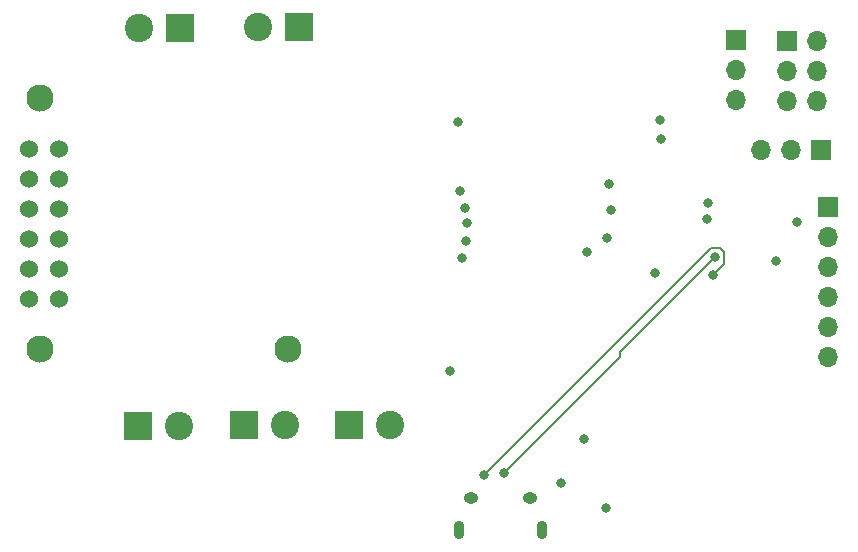
<source format=gbr>
%TF.GenerationSoftware,KiCad,Pcbnew,(6.0.0-0)*%
%TF.CreationDate,2022-09-01T13:13:11-04:00*%
%TF.ProjectId,Dome_Controller,446f6d65-5f43-46f6-9e74-726f6c6c6572,rev?*%
%TF.SameCoordinates,Original*%
%TF.FileFunction,Copper,L3,Inr*%
%TF.FilePolarity,Positive*%
%FSLAX46Y46*%
G04 Gerber Fmt 4.6, Leading zero omitted, Abs format (unit mm)*
G04 Created by KiCad (PCBNEW (6.0.0-0)) date 2022-09-01 13:13:11*
%MOMM*%
%LPD*%
G01*
G04 APERTURE LIST*
%TA.AperFunction,ComponentPad*%
%ADD10R,2.400000X2.400000*%
%TD*%
%TA.AperFunction,ComponentPad*%
%ADD11C,2.400000*%
%TD*%
%TA.AperFunction,ComponentPad*%
%ADD12O,0.890000X1.550000*%
%TD*%
%TA.AperFunction,ComponentPad*%
%ADD13O,1.250000X0.950000*%
%TD*%
%TA.AperFunction,ComponentPad*%
%ADD14R,1.700000X1.700000*%
%TD*%
%TA.AperFunction,ComponentPad*%
%ADD15O,1.700000X1.700000*%
%TD*%
%TA.AperFunction,ComponentPad*%
%ADD16C,1.524000*%
%TD*%
%TA.AperFunction,ComponentPad*%
%ADD17C,2.300000*%
%TD*%
%TA.AperFunction,ViaPad*%
%ADD18C,0.800000*%
%TD*%
%TA.AperFunction,Conductor*%
%ADD19C,0.200000*%
%TD*%
G04 APERTURE END LIST*
D10*
%TO.N,GND*%
%TO.C,J5*%
X87780000Y-66000000D03*
D11*
%TO.N,+12V*%
X84280000Y-66000000D03*
%TD*%
D10*
%TO.N,GND*%
%TO.C,J8*%
X93190000Y-99570000D03*
D11*
%TO.N,+5V*%
X96690000Y-99570000D03*
%TD*%
D12*
%TO.N,unconnected-(J1-Pad6)*%
%TO.C,J1*%
X118400000Y-108450000D03*
D13*
X117400000Y-105750000D03*
X112400000Y-105750000D03*
D12*
X111400000Y-108450000D03*
%TD*%
D10*
%TO.N,GND*%
%TO.C,J9*%
X102060000Y-99570000D03*
D11*
%TO.N,+5V*%
X105560000Y-99570000D03*
%TD*%
D14*
%TO.N,GND*%
%TO.C,J3*%
X139210000Y-67040000D03*
D15*
X141750000Y-67040000D03*
%TO.N,RX_RS*%
X139210000Y-69580000D03*
%TO.N,RX_HP*%
X141750000Y-69580000D03*
%TO.N,TX_RS*%
X139210000Y-72120000D03*
%TO.N,TX_HP*%
X141750000Y-72120000D03*
%TD*%
D14*
%TO.N,GND*%
%TO.C,J2*%
X142610000Y-81150000D03*
D15*
%TO.N,unconnected-(J2-Pad2)*%
X142610000Y-83690000D03*
%TO.N,SCL*%
X142610000Y-86230000D03*
%TO.N,SDA*%
X142610000Y-88770000D03*
%TO.N,+3.3V*%
X142610000Y-91310000D03*
%TO.N,+5V*%
X142610000Y-93850000D03*
%TD*%
D14*
%TO.N,GND*%
%TO.C,J4*%
X142050000Y-76320000D03*
D15*
%TO.N,+5V*%
X139510000Y-76320000D03*
%TO.N,CL_D*%
X136970000Y-76320000D03*
%TD*%
D14*
%TO.N,GND*%
%TO.C,J10*%
X134870000Y-67020000D03*
D15*
%TO.N,RX_FU*%
X134870000Y-69560000D03*
%TO.N,TX_FU*%
X134870000Y-72100000D03*
%TD*%
D10*
%TO.N,GND*%
%TO.C,J7*%
X84230000Y-99650000D03*
D11*
%TO.N,+5V*%
X87730000Y-99650000D03*
%TD*%
D16*
%TO.N,+5V*%
%TO.C,U6*%
X75035000Y-76185000D03*
%TO.N,GND*%
X75035000Y-78725000D03*
X75035000Y-81265000D03*
%TO.N,+12V*%
X75035000Y-83805000D03*
%TO.N,unconnected-(U6-Pad5)*%
X75035000Y-86345000D03*
%TO.N,unconnected-(U6-Pad6)*%
X75035000Y-88885000D03*
%TO.N,unconnected-(U6-Pad7)*%
X77575000Y-88885000D03*
%TO.N,unconnected-(U6-Pad8)*%
X77575000Y-86345000D03*
%TO.N,+12V*%
X77575000Y-83805000D03*
%TO.N,GND*%
X77575000Y-81265000D03*
X77575000Y-78725000D03*
%TO.N,+5V*%
X77575000Y-76185000D03*
D17*
%TO.N,N/C*%
X75965000Y-71935000D03*
X75965000Y-93135000D03*
X96965000Y-93135000D03*
%TD*%
D10*
%TO.N,GND*%
%TO.C,J6*%
X97850000Y-65930000D03*
D11*
%TO.N,+12V*%
X94350000Y-65930000D03*
%TD*%
D18*
%TO.N,RX_FU*%
X111650000Y-85410000D03*
%TO.N,+3.3V*%
X123830000Y-106580000D03*
%TO.N,ST_LED_C*%
X124110000Y-79210000D03*
X120060000Y-104480000D03*
%TO.N,D-*%
X132870000Y-86910000D03*
X113545000Y-103815000D03*
%TO.N,D+*%
X133110000Y-85340000D03*
X115200000Y-103660000D03*
%TO.N,RX_RS*%
X111490000Y-79760000D03*
%TO.N,RX_HP*%
X122220000Y-84920000D03*
%TO.N,TX_RS*%
X111890000Y-81220000D03*
%TO.N,TX_HP*%
X123940000Y-83780000D03*
%TO.N,CL_D*%
X112090000Y-82520000D03*
%TO.N,ST_LED_D*%
X124270000Y-81410000D03*
X122020000Y-100770000D03*
%TO.N,TX_FU*%
X111960000Y-84020000D03*
%TO.N,GPIO0*%
X127970000Y-86730000D03*
X138230000Y-85740000D03*
%TO.N,TXD0*%
X128480000Y-75350000D03*
X132412337Y-82183784D03*
%TO.N,RXD0*%
X132480000Y-80810000D03*
X128400000Y-73720000D03*
%TO.N,RESET*%
X110635000Y-95045000D03*
X111280000Y-73950000D03*
X140055000Y-82385000D03*
%TD*%
D19*
%TO.N,D-*%
X132870000Y-86910000D02*
X133809511Y-85970489D01*
X133480489Y-84640489D02*
X132719511Y-84640489D01*
X132719511Y-84640489D02*
X113545000Y-103815000D01*
X133809511Y-85970489D02*
X133809511Y-84969511D01*
X133809511Y-84969511D02*
X133480489Y-84640489D01*
%TO.N,D+*%
X125030000Y-93830000D02*
X115200000Y-103660000D01*
X125030000Y-93420000D02*
X125030000Y-93830000D01*
X133110000Y-85340000D02*
X125030000Y-93420000D01*
%TD*%
M02*

</source>
